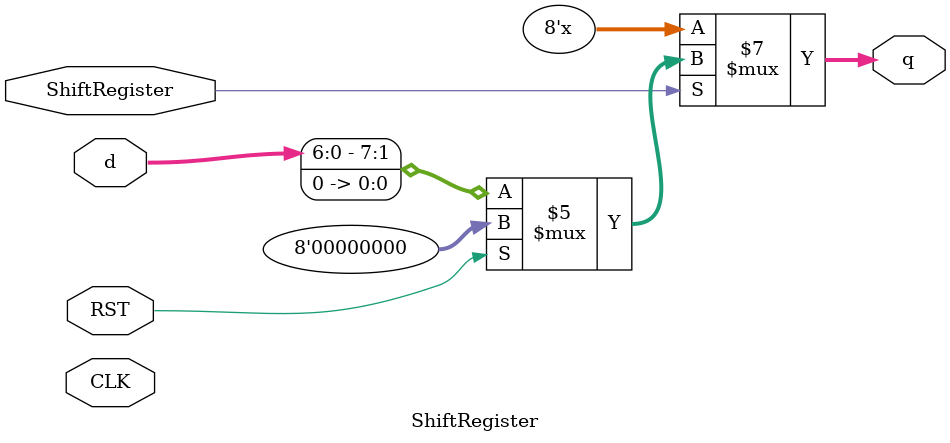
<source format=v>
`timescale 1ns / 1ps

module ShiftRegister #(parameter WL = 4)
                      (input ShiftRegister, 
                       input CLK, RST,
                       input [2*WL-1:0] d,
                       output reg [2*WL-1:0] q);

    always @ (*) begin
        if (ShiftRegister) begin
            if (!RST) begin
                q <= d << 1;
            end
            else begin
                q <= 0;
            end
        end
    end

endmodule

</source>
